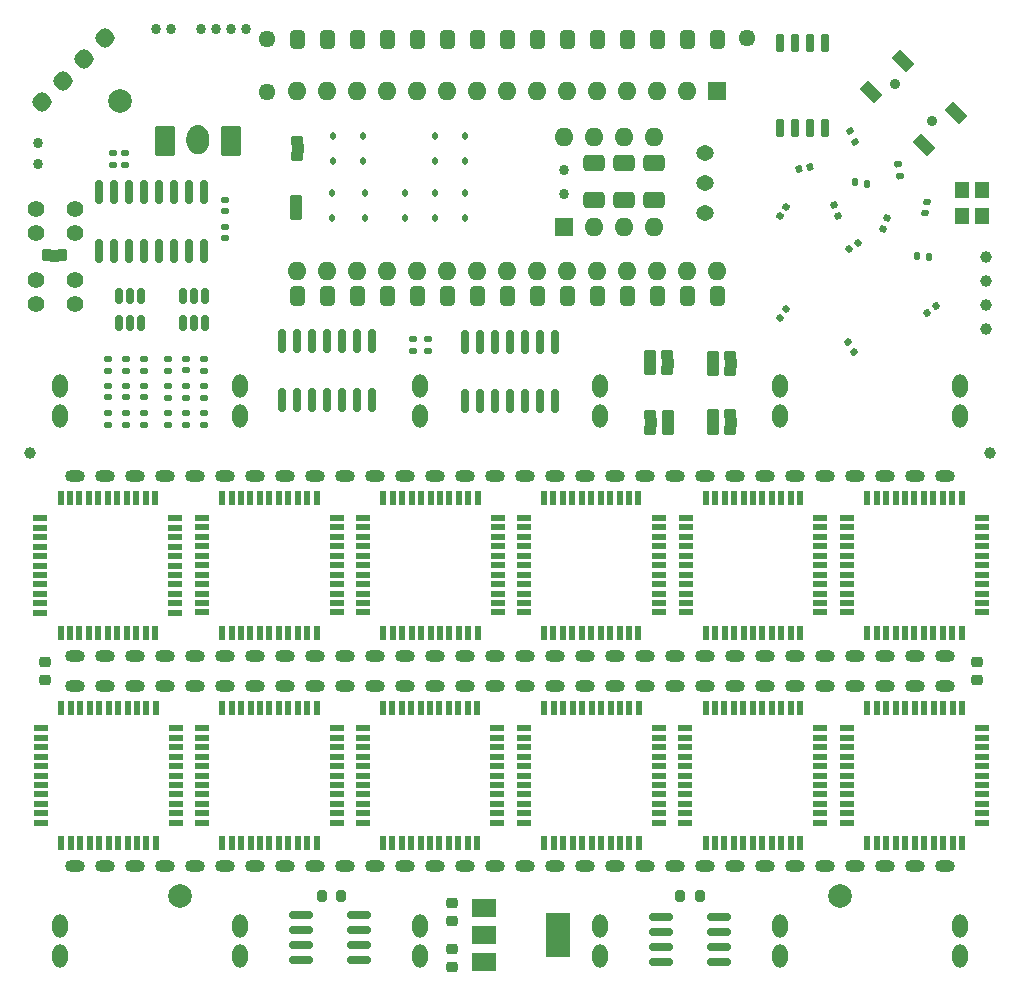
<source format=gbs>
%TF.GenerationSoftware,KiCad,Pcbnew,7.0.5-0*%
%TF.CreationDate,2023-06-16T23:12:02-07:00*%
%TF.ProjectId,Jumperless2,4a756d70-6572-46c6-9573-73322e6b6963,rev?*%
%TF.SameCoordinates,Original*%
%TF.FileFunction,Soldermask,Bot*%
%TF.FilePolarity,Negative*%
%FSLAX46Y46*%
G04 Gerber Fmt 4.6, Leading zero omitted, Abs format (unit mm)*
G04 Created by KiCad (PCBNEW 7.0.5-0) date 2023-06-16 23:12:02*
%MOMM*%
%LPD*%
G01*
G04 APERTURE LIST*
G04 Aperture macros list*
%AMRoundRect*
0 Rectangle with rounded corners*
0 $1 Rounding radius*
0 $2 $3 $4 $5 $6 $7 $8 $9 X,Y pos of 4 corners*
0 Add a 4 corners polygon primitive as box body*
4,1,4,$2,$3,$4,$5,$6,$7,$8,$9,$2,$3,0*
0 Add four circle primitives for the rounded corners*
1,1,$1+$1,$2,$3*
1,1,$1+$1,$4,$5*
1,1,$1+$1,$6,$7*
1,1,$1+$1,$8,$9*
0 Add four rect primitives between the rounded corners*
20,1,$1+$1,$2,$3,$4,$5,0*
20,1,$1+$1,$4,$5,$6,$7,0*
20,1,$1+$1,$6,$7,$8,$9,0*
20,1,$1+$1,$8,$9,$2,$3,0*%
%AMRotRect*
0 Rectangle, with rotation*
0 The origin of the aperture is its center*
0 $1 length*
0 $2 width*
0 $3 Rotation angle, in degrees counterclockwise*
0 Add horizontal line*
21,1,$1,$2,0,0,$3*%
%AMFreePoly0*
4,1,13,0.508000,-0.508000,0.000000,-0.508000,-0.097202,-0.488665,-0.179605,-0.433605,-0.234665,-0.351202,-0.254000,-0.254000,-0.254000,0.254000,-0.234665,0.351202,-0.179605,0.433605,-0.097202,0.488665,0.000000,0.508000,0.508000,0.508000,0.508000,-0.508000,0.508000,-0.508000,$1*%
G04 Aperture macros list end*
%ADD10C,0.000000*%
%ADD11C,0.012700*%
%ADD12C,0.800000*%
%ADD13RoundRect,0.525000X0.000000X0.318198X-0.318198X0.000000X0.000000X-0.318198X0.318198X0.000000X0*%
%ADD14O,1.500000X1.300000*%
%ADD15RoundRect,0.160000X0.640000X-0.640000X0.640000X0.640000X-0.640000X0.640000X-0.640000X-0.640000X0*%
%ADD16O,1.600000X1.600000*%
%ADD17C,0.900000*%
%ADD18C,1.400000*%
%ADD19RoundRect,0.455000X-0.195000X-0.195000X0.195000X-0.195000X0.195000X0.195000X-0.195000X0.195000X0*%
%ADD20O,1.300000X2.000000*%
%ADD21O,1.700000X1.000000*%
%ADD22RoundRect,0.160000X-0.640000X0.640000X-0.640000X-0.640000X0.640000X-0.640000X0.640000X0.640000X0*%
%ADD23RoundRect,0.140000X0.058955X-0.212189X0.219557X0.017173X-0.058955X0.212189X-0.219557X-0.017173X0*%
%ADD24C,2.000000*%
%ADD25C,1.000000*%
%ADD26RoundRect,0.250000X0.650000X-0.412500X0.650000X0.412500X-0.650000X0.412500X-0.650000X-0.412500X0*%
%ADD27RoundRect,0.135000X0.185000X-0.135000X0.185000X0.135000X-0.185000X0.135000X-0.185000X-0.135000X0*%
%ADD28C,0.863600*%
%ADD29RoundRect,0.112500X0.112500X-0.187500X0.112500X0.187500X-0.112500X0.187500X-0.112500X-0.187500X0*%
%ADD30RoundRect,0.135000X-0.185000X0.135000X-0.185000X-0.135000X0.185000X-0.135000X0.185000X0.135000X0*%
%ADD31R,1.200000X0.500000*%
%ADD32R,0.500000X1.200000*%
%ADD33RoundRect,0.200000X-0.200000X-0.275000X0.200000X-0.275000X0.200000X0.275000X-0.200000X0.275000X0*%
%ADD34FreePoly0,90.000000*%
%ADD35FreePoly0,270.000000*%
%ADD36RoundRect,0.170000X-0.680000X-1.130000X0.680000X-1.130000X0.680000X1.130000X-0.680000X1.130000X0*%
%ADD37RoundRect,0.140000X0.170000X-0.140000X0.170000X0.140000X-0.170000X0.140000X-0.170000X-0.140000X0*%
%ADD38RoundRect,0.140000X0.143107X-0.167393X0.191728X0.108353X-0.143107X0.167393X-0.191728X-0.108353X0*%
%ADD39RotRect,1.700000X1.000000X135.000000*%
%ADD40RoundRect,0.150000X0.150000X-0.512500X0.150000X0.512500X-0.150000X0.512500X-0.150000X-0.512500X0*%
%ADD41RoundRect,0.225000X-0.250000X0.225000X-0.250000X-0.225000X0.250000X-0.225000X0.250000X0.225000X0*%
%ADD42RoundRect,0.135000X-0.205632X0.100824X-0.158747X-0.165074X0.205632X-0.100824X0.158747X0.165074X0*%
%ADD43RoundRect,0.140000X-0.017173X-0.219557X0.212189X-0.058955X0.017173X0.219557X-0.212189X0.058955X0*%
%ADD44RoundRect,0.112500X-0.112500X0.187500X-0.112500X-0.187500X0.112500X-0.187500X0.112500X0.187500X0*%
%ADD45R,1.200000X1.400000*%
%ADD46RoundRect,0.150000X-0.150000X0.825000X-0.150000X-0.825000X0.150000X-0.825000X0.150000X0.825000X0*%
%ADD47RoundRect,0.140000X0.099887X0.196272X-0.173476X0.135669X-0.099887X-0.196272X0.173476X-0.135669X0*%
%ADD48FreePoly0,0.000000*%
%ADD49FreePoly0,180.000000*%
%ADD50RoundRect,0.150000X-0.150000X0.650000X-0.150000X-0.650000X0.150000X-0.650000X0.150000X0.650000X0*%
%ADD51RoundRect,0.140000X0.207631X-0.073414X0.111865X0.189700X-0.207631X0.073414X-0.111865X-0.189700X0*%
%ADD52RoundRect,0.135000X-0.157992X-0.165796X0.109698X-0.201038X0.157992X0.165796X-0.109698X0.201038X0*%
%ADD53RoundRect,0.150000X0.825000X0.150000X-0.825000X0.150000X-0.825000X-0.150000X0.825000X-0.150000X0*%
%ADD54RoundRect,0.140000X-0.068155X0.209416X-0.218598X-0.026734X0.068155X-0.209416X0.218598X0.026734X0*%
%ADD55RoundRect,0.135000X0.224720X-0.044167X0.110613X0.200536X-0.224720X0.044167X-0.110613X-0.200536X0*%
%ADD56RoundRect,0.140000X-0.217224X0.036244X-0.077224X-0.206244X0.217224X-0.036244X0.077224X0.206244X0*%
%ADD57R,2.000000X1.500000*%
%ADD58R,2.000000X3.800000*%
%ADD59RoundRect,0.135000X-0.171841X-0.151395X0.091759X-0.209834X0.171841X0.151395X-0.091759X0.209834X0*%
%ADD60RoundRect,0.140000X-0.111865X0.189700X-0.207631X-0.073414X0.111865X-0.189700X0.207631X0.073414X0*%
%ADD61RoundRect,0.250000X-0.650000X0.412500X-0.650000X-0.412500X0.650000X-0.412500X0.650000X0.412500X0*%
%ADD62RoundRect,0.140000X0.026734X0.218598X-0.209416X0.068155X-0.026734X-0.218598X0.209416X-0.068155X0*%
%ADD63RoundRect,0.225000X0.250000X-0.225000X0.250000X0.225000X-0.250000X0.225000X-0.250000X-0.225000X0*%
G04 APERTURE END LIST*
D10*
G36*
X49461858Y-113820548D02*
G01*
X49483666Y-113821681D01*
X49505392Y-113823397D01*
X49527007Y-113825692D01*
X49548480Y-113828561D01*
X49569779Y-113832001D01*
X49590876Y-113836009D01*
X49611738Y-113840581D01*
X49632336Y-113845713D01*
X49652638Y-113851402D01*
X49672615Y-113857643D01*
X49692235Y-113864434D01*
X49714067Y-113872292D01*
X49727352Y-113876934D01*
X49735897Y-113879988D01*
X49745644Y-113883935D01*
X49756439Y-113888689D01*
X49768127Y-113894165D01*
X49793564Y-113906937D01*
X49820717Y-113921565D01*
X49848347Y-113937360D01*
X49875219Y-113953636D01*
X49900093Y-113969705D01*
X49911394Y-113977448D01*
X49921732Y-113984880D01*
X49936484Y-113996022D01*
X49951221Y-114007617D01*
X49965920Y-114019639D01*
X49980553Y-114032064D01*
X49995095Y-114044867D01*
X50009520Y-114058020D01*
X50023804Y-114071500D01*
X50037920Y-114085281D01*
X50051842Y-114099337D01*
X50065545Y-114113642D01*
X50079004Y-114128172D01*
X50092193Y-114142901D01*
X50105085Y-114157803D01*
X50117656Y-114172854D01*
X50129880Y-114188026D01*
X50141731Y-114203296D01*
X50163207Y-114232535D01*
X50183951Y-114262854D01*
X50203938Y-114294196D01*
X50223143Y-114326504D01*
X50241541Y-114359717D01*
X50259107Y-114393779D01*
X50275816Y-114428631D01*
X50291644Y-114464215D01*
X50306565Y-114500472D01*
X50320555Y-114537345D01*
X50333589Y-114574775D01*
X50345641Y-114612704D01*
X50356686Y-114651074D01*
X50366701Y-114689826D01*
X50375659Y-114728902D01*
X50383537Y-114768245D01*
X50390044Y-114805140D01*
X50395414Y-114839975D01*
X50399728Y-114873704D01*
X50403067Y-114907279D01*
X50405511Y-114941653D01*
X50407143Y-114977778D01*
X50408043Y-115016608D01*
X50408292Y-115059094D01*
X50407651Y-115114610D01*
X50405787Y-115166055D01*
X50402598Y-115214297D01*
X50397979Y-115260202D01*
X50391829Y-115304636D01*
X50384042Y-115348466D01*
X50374518Y-115392556D01*
X50363151Y-115437774D01*
X50357899Y-115457913D01*
X50355391Y-115467841D01*
X50353387Y-115476003D01*
X50346616Y-115501063D01*
X50337493Y-115529988D01*
X50326417Y-115561752D01*
X50313788Y-115595327D01*
X50300006Y-115629685D01*
X50285470Y-115663799D01*
X50270579Y-115696641D01*
X50255734Y-115727184D01*
X50235785Y-115765130D01*
X50214888Y-115801955D01*
X50193055Y-115837643D01*
X50170297Y-115872183D01*
X50146627Y-115905560D01*
X50122058Y-115937761D01*
X50096601Y-115968773D01*
X50070270Y-115998582D01*
X50043075Y-116027176D01*
X50015030Y-116054540D01*
X49986146Y-116080661D01*
X49956436Y-116105526D01*
X49925913Y-116129122D01*
X49894588Y-116151435D01*
X49862474Y-116172452D01*
X49829582Y-116192160D01*
X49812141Y-116201856D01*
X49794405Y-116211152D01*
X49776396Y-116220038D01*
X49758141Y-116228507D01*
X49739663Y-116236550D01*
X49720986Y-116244159D01*
X49702135Y-116251326D01*
X49683134Y-116258042D01*
X49664008Y-116264299D01*
X49644780Y-116270089D01*
X49625476Y-116275403D01*
X49606119Y-116280234D01*
X49586734Y-116284572D01*
X49567345Y-116288410D01*
X49547977Y-116291740D01*
X49528653Y-116294553D01*
X49508636Y-116296741D01*
X49485981Y-116298428D01*
X49461576Y-116299603D01*
X49436307Y-116300251D01*
X49411063Y-116300359D01*
X49386731Y-116299914D01*
X49364199Y-116298902D01*
X49344353Y-116297310D01*
X49344352Y-116297310D01*
X49320126Y-116294384D01*
X49295581Y-116290595D01*
X49270763Y-116285955D01*
X49245719Y-116280474D01*
X49220496Y-116274163D01*
X49195139Y-116267033D01*
X49169696Y-116259095D01*
X49144213Y-116250360D01*
X49128241Y-116244112D01*
X49108960Y-116235726D01*
X49087468Y-116225751D01*
X49064865Y-116214733D01*
X49042247Y-116203220D01*
X49020712Y-116191758D01*
X49001360Y-116180895D01*
X48985286Y-116171177D01*
X48960159Y-116154624D01*
X48935503Y-116137285D01*
X48911327Y-116119171D01*
X48887642Y-116100292D01*
X48864457Y-116080657D01*
X48841781Y-116060276D01*
X48819625Y-116039160D01*
X48797997Y-116017319D01*
X48776908Y-115994762D01*
X48756367Y-115971500D01*
X48736384Y-115947543D01*
X48716968Y-115922900D01*
X48698129Y-115897582D01*
X48679878Y-115871598D01*
X48662222Y-115844959D01*
X48645172Y-115817675D01*
X48634682Y-115799849D01*
X48623444Y-115779807D01*
X48611858Y-115758329D01*
X48600322Y-115736193D01*
X48589235Y-115714177D01*
X48578996Y-115693059D01*
X48570004Y-115673618D01*
X48562657Y-115656631D01*
X48556922Y-115642864D01*
X48551400Y-115629859D01*
X48546721Y-115619082D01*
X48543512Y-115611996D01*
X48542409Y-115609576D01*
X48541381Y-115607115D01*
X48540449Y-115604679D01*
X48539637Y-115602339D01*
X48538966Y-115600162D01*
X48538460Y-115598216D01*
X48538275Y-115597352D01*
X48538140Y-115596571D01*
X48538057Y-115595882D01*
X48538030Y-115595294D01*
X48538009Y-115594726D01*
X48537948Y-115594095D01*
X48537850Y-115593407D01*
X48537715Y-115592669D01*
X48537547Y-115591887D01*
X48537346Y-115591070D01*
X48537116Y-115590222D01*
X48536858Y-115589350D01*
X48536574Y-115588462D01*
X48536266Y-115587564D01*
X48535937Y-115586663D01*
X48535588Y-115585764D01*
X48535221Y-115584876D01*
X48534839Y-115584004D01*
X48534442Y-115583155D01*
X48534035Y-115582336D01*
X48532470Y-115578982D01*
X48530592Y-115574426D01*
X48526050Y-115562182D01*
X48520707Y-115546552D01*
X48514863Y-115528481D01*
X48508817Y-115508916D01*
X48502868Y-115488805D01*
X48497315Y-115469095D01*
X48492458Y-115450733D01*
X48482940Y-115411486D01*
X48474607Y-115373292D01*
X48467394Y-115335728D01*
X48461238Y-115298373D01*
X48456075Y-115260804D01*
X48451842Y-115222602D01*
X48448475Y-115183342D01*
X48445910Y-115142605D01*
X48444590Y-115115128D01*
X48443717Y-115090546D01*
X48443303Y-115067813D01*
X48443364Y-115045882D01*
X48443914Y-115023707D01*
X48444967Y-115000242D01*
X48446539Y-114974440D01*
X48448643Y-114945256D01*
X48451874Y-114908225D01*
X48455909Y-114871533D01*
X48460744Y-114835190D01*
X48466379Y-114799201D01*
X48472810Y-114763577D01*
X48480035Y-114728324D01*
X48488053Y-114693451D01*
X48496861Y-114658966D01*
X48506457Y-114624876D01*
X48516839Y-114591191D01*
X48528005Y-114557917D01*
X48539952Y-114525063D01*
X48552679Y-114492637D01*
X48566182Y-114460647D01*
X48580462Y-114429101D01*
X48595514Y-114398008D01*
X48618679Y-114353551D01*
X48630526Y-114332207D01*
X48642579Y-114311410D01*
X48654862Y-114291128D01*
X48667397Y-114271329D01*
X48680207Y-114251981D01*
X48693314Y-114233052D01*
X48706742Y-114214509D01*
X48720512Y-114196320D01*
X48734648Y-114178454D01*
X48749173Y-114160878D01*
X48764108Y-114143560D01*
X48779478Y-114126469D01*
X48795304Y-114109571D01*
X48811609Y-114092836D01*
X48835931Y-114069076D01*
X48860639Y-114046386D01*
X48885731Y-114024766D01*
X48911206Y-114004217D01*
X48937064Y-113984740D01*
X48963302Y-113966335D01*
X48989921Y-113949002D01*
X49016919Y-113932742D01*
X49044296Y-113917556D01*
X49072050Y-113903444D01*
X49100180Y-113890407D01*
X49128685Y-113878446D01*
X49157565Y-113867560D01*
X49186819Y-113857751D01*
X49216445Y-113849019D01*
X49246443Y-113841364D01*
X49262338Y-113837666D01*
X49275847Y-113834667D01*
X49287789Y-113832231D01*
X49298983Y-113830222D01*
X49310249Y-113828505D01*
X49322406Y-113826943D01*
X49336275Y-113825400D01*
X49352675Y-113823740D01*
X49374429Y-113821908D01*
X49396255Y-113820676D01*
X49418122Y-113820042D01*
X49440000Y-113820000D01*
X49461858Y-113820548D01*
G37*
D11*
X93484900Y-139293600D02*
X92545100Y-139293600D01*
X92545100Y-139293600D02*
X92545100Y-138633200D01*
X92545100Y-138633200D02*
X93484900Y-138633200D01*
X93484900Y-138633200D02*
X93484900Y-139293600D01*
G36*
X93484900Y-139293600D02*
G01*
X92545100Y-139293600D01*
X92545100Y-138633200D01*
X93484900Y-138633200D01*
X93484900Y-139293600D01*
G37*
D12*
X57582000Y-106987437D02*
X58090000Y-106987437D01*
X58090000Y-106987437D02*
X58090000Y-106098437D01*
X58090000Y-106098437D02*
X57582000Y-106098437D01*
X57582000Y-106098437D02*
X57582000Y-106987437D01*
G36*
X57582000Y-106987437D02*
G01*
X58090000Y-106987437D01*
X58090000Y-106098437D01*
X57582000Y-106098437D01*
X57582000Y-106987437D01*
G37*
X60122000Y-106987437D02*
X60630000Y-106987437D01*
X60630000Y-106987437D02*
X60630000Y-106098437D01*
X60630000Y-106098437D02*
X60122000Y-106098437D01*
X60122000Y-106098437D02*
X60122000Y-106987437D01*
G36*
X60122000Y-106987437D02*
G01*
X60630000Y-106987437D01*
X60630000Y-106098437D01*
X60122000Y-106098437D01*
X60122000Y-106987437D01*
G37*
X62662000Y-106987437D02*
X63170000Y-106987437D01*
X63170000Y-106987437D02*
X63170000Y-106098437D01*
X63170000Y-106098437D02*
X62662000Y-106098437D01*
X62662000Y-106098437D02*
X62662000Y-106987437D01*
G36*
X62662000Y-106987437D02*
G01*
X63170000Y-106987437D01*
X63170000Y-106098437D01*
X62662000Y-106098437D01*
X62662000Y-106987437D01*
G37*
X65202000Y-106987437D02*
X65710000Y-106987437D01*
X65710000Y-106987437D02*
X65710000Y-106098437D01*
X65710000Y-106098437D02*
X65202000Y-106098437D01*
X65202000Y-106098437D02*
X65202000Y-106987437D01*
G36*
X65202000Y-106987437D02*
G01*
X65710000Y-106987437D01*
X65710000Y-106098437D01*
X65202000Y-106098437D01*
X65202000Y-106987437D01*
G37*
X67742000Y-106987437D02*
X68250000Y-106987437D01*
X68250000Y-106987437D02*
X68250000Y-106098437D01*
X68250000Y-106098437D02*
X67742000Y-106098437D01*
X67742000Y-106098437D02*
X67742000Y-106987437D01*
G36*
X67742000Y-106987437D02*
G01*
X68250000Y-106987437D01*
X68250000Y-106098437D01*
X67742000Y-106098437D01*
X67742000Y-106987437D01*
G37*
X70282000Y-106987437D02*
X70790000Y-106987437D01*
X70790000Y-106987437D02*
X70790000Y-106098437D01*
X70790000Y-106098437D02*
X70282000Y-106098437D01*
X70282000Y-106098437D02*
X70282000Y-106987437D01*
G36*
X70282000Y-106987437D02*
G01*
X70790000Y-106987437D01*
X70790000Y-106098437D01*
X70282000Y-106098437D01*
X70282000Y-106987437D01*
G37*
X72822000Y-106987437D02*
X73330000Y-106987437D01*
X73330000Y-106987437D02*
X73330000Y-106098437D01*
X73330000Y-106098437D02*
X72822000Y-106098437D01*
X72822000Y-106098437D02*
X72822000Y-106987437D01*
G36*
X72822000Y-106987437D02*
G01*
X73330000Y-106987437D01*
X73330000Y-106098437D01*
X72822000Y-106098437D01*
X72822000Y-106987437D01*
G37*
X75362000Y-106987437D02*
X75870000Y-106987437D01*
X75870000Y-106987437D02*
X75870000Y-106098437D01*
X75870000Y-106098437D02*
X75362000Y-106098437D01*
X75362000Y-106098437D02*
X75362000Y-106987437D01*
G36*
X75362000Y-106987437D02*
G01*
X75870000Y-106987437D01*
X75870000Y-106098437D01*
X75362000Y-106098437D01*
X75362000Y-106987437D01*
G37*
X77902000Y-106987437D02*
X78410000Y-106987437D01*
X78410000Y-106987437D02*
X78410000Y-106098437D01*
X78410000Y-106098437D02*
X77902000Y-106098437D01*
X77902000Y-106098437D02*
X77902000Y-106987437D01*
G36*
X77902000Y-106987437D02*
G01*
X78410000Y-106987437D01*
X78410000Y-106098437D01*
X77902000Y-106098437D01*
X77902000Y-106987437D01*
G37*
X80442000Y-106987437D02*
X80950000Y-106987437D01*
X80950000Y-106987437D02*
X80950000Y-106098437D01*
X80950000Y-106098437D02*
X80442000Y-106098437D01*
X80442000Y-106098437D02*
X80442000Y-106987437D01*
G36*
X80442000Y-106987437D02*
G01*
X80950000Y-106987437D01*
X80950000Y-106098437D01*
X80442000Y-106098437D01*
X80442000Y-106987437D01*
G37*
X82982000Y-106987437D02*
X83490000Y-106987437D01*
X83490000Y-106987437D02*
X83490000Y-106098437D01*
X83490000Y-106098437D02*
X82982000Y-106098437D01*
X82982000Y-106098437D02*
X82982000Y-106987437D01*
G36*
X82982000Y-106987437D02*
G01*
X83490000Y-106987437D01*
X83490000Y-106098437D01*
X82982000Y-106098437D01*
X82982000Y-106987437D01*
G37*
X85522000Y-106987437D02*
X86030000Y-106987437D01*
X86030000Y-106987437D02*
X86030000Y-106098437D01*
X86030000Y-106098437D02*
X85522000Y-106098437D01*
X85522000Y-106098437D02*
X85522000Y-106987437D01*
G36*
X85522000Y-106987437D02*
G01*
X86030000Y-106987437D01*
X86030000Y-106098437D01*
X85522000Y-106098437D01*
X85522000Y-106987437D01*
G37*
X88062000Y-106987437D02*
X88570000Y-106987437D01*
X88570000Y-106987437D02*
X88570000Y-106098437D01*
X88570000Y-106098437D02*
X88062000Y-106098437D01*
X88062000Y-106098437D02*
X88062000Y-106987437D01*
G36*
X88062000Y-106987437D02*
G01*
X88570000Y-106987437D01*
X88570000Y-106098437D01*
X88062000Y-106098437D01*
X88062000Y-106987437D01*
G37*
X90602000Y-106987437D02*
X91110000Y-106987437D01*
X91110000Y-106987437D02*
X91110000Y-106098437D01*
X91110000Y-106098437D02*
X90602000Y-106098437D01*
X90602000Y-106098437D02*
X90602000Y-106987437D01*
G36*
X90602000Y-106987437D02*
G01*
X91110000Y-106987437D01*
X91110000Y-106098437D01*
X90602000Y-106098437D01*
X90602000Y-106987437D01*
G37*
X93142000Y-106987437D02*
X93650000Y-106987437D01*
X93650000Y-106987437D02*
X93650000Y-106098437D01*
X93650000Y-106098437D02*
X93142000Y-106098437D01*
X93142000Y-106098437D02*
X93142000Y-106987437D01*
G36*
X93142000Y-106987437D02*
G01*
X93650000Y-106987437D01*
X93650000Y-106098437D01*
X93142000Y-106098437D01*
X93142000Y-106987437D01*
G37*
X57582000Y-128714500D02*
X58090000Y-128714500D01*
X58090000Y-128714500D02*
X58090000Y-127825500D01*
X58090000Y-127825500D02*
X57582000Y-127825500D01*
X57582000Y-127825500D02*
X57582000Y-128714500D01*
G36*
X57582000Y-128714500D02*
G01*
X58090000Y-128714500D01*
X58090000Y-127825500D01*
X57582000Y-127825500D01*
X57582000Y-128714500D01*
G37*
X60122000Y-128714500D02*
X60630000Y-128714500D01*
X60630000Y-128714500D02*
X60630000Y-127825500D01*
X60630000Y-127825500D02*
X60122000Y-127825500D01*
X60122000Y-127825500D02*
X60122000Y-128714500D01*
G36*
X60122000Y-128714500D02*
G01*
X60630000Y-128714500D01*
X60630000Y-127825500D01*
X60122000Y-127825500D01*
X60122000Y-128714500D01*
G37*
X62662000Y-128714500D02*
X63170000Y-128714500D01*
X63170000Y-128714500D02*
X63170000Y-127825500D01*
X63170000Y-127825500D02*
X62662000Y-127825500D01*
X62662000Y-127825500D02*
X62662000Y-128714500D01*
G36*
X62662000Y-128714500D02*
G01*
X63170000Y-128714500D01*
X63170000Y-127825500D01*
X62662000Y-127825500D01*
X62662000Y-128714500D01*
G37*
X65202000Y-128714500D02*
X65710000Y-128714500D01*
X65710000Y-128714500D02*
X65710000Y-127825500D01*
X65710000Y-127825500D02*
X65202000Y-127825500D01*
X65202000Y-127825500D02*
X65202000Y-128714500D01*
G36*
X65202000Y-128714500D02*
G01*
X65710000Y-128714500D01*
X65710000Y-127825500D01*
X65202000Y-127825500D01*
X65202000Y-128714500D01*
G37*
X67742000Y-128714500D02*
X68250000Y-128714500D01*
X68250000Y-128714500D02*
X68250000Y-127825500D01*
X68250000Y-127825500D02*
X67742000Y-127825500D01*
X67742000Y-127825500D02*
X67742000Y-128714500D01*
G36*
X67742000Y-128714500D02*
G01*
X68250000Y-128714500D01*
X68250000Y-127825500D01*
X67742000Y-127825500D01*
X67742000Y-128714500D01*
G37*
X70282000Y-128714500D02*
X70790000Y-128714500D01*
X70790000Y-128714500D02*
X70790000Y-127825500D01*
X70790000Y-127825500D02*
X70282000Y-127825500D01*
X70282000Y-127825500D02*
X70282000Y-128714500D01*
G36*
X70282000Y-128714500D02*
G01*
X70790000Y-128714500D01*
X70790000Y-127825500D01*
X70282000Y-127825500D01*
X70282000Y-128714500D01*
G37*
X72822000Y-128714500D02*
X73330000Y-128714500D01*
X73330000Y-128714500D02*
X73330000Y-127825500D01*
X73330000Y-127825500D02*
X72822000Y-127825500D01*
X72822000Y-127825500D02*
X72822000Y-128714500D01*
G36*
X72822000Y-128714500D02*
G01*
X73330000Y-128714500D01*
X73330000Y-127825500D01*
X72822000Y-127825500D01*
X72822000Y-128714500D01*
G37*
X75362000Y-128714500D02*
X75870000Y-128714500D01*
X75870000Y-128714500D02*
X75870000Y-127825500D01*
X75870000Y-127825500D02*
X75362000Y-127825500D01*
X75362000Y-127825500D02*
X75362000Y-128714500D01*
G36*
X75362000Y-128714500D02*
G01*
X75870000Y-128714500D01*
X75870000Y-127825500D01*
X75362000Y-127825500D01*
X75362000Y-128714500D01*
G37*
X77902000Y-128714500D02*
X78410000Y-128714500D01*
X78410000Y-128714500D02*
X78410000Y-127825500D01*
X78410000Y-127825500D02*
X77902000Y-127825500D01*
X77902000Y-127825500D02*
X77902000Y-128714500D01*
G36*
X77902000Y-128714500D02*
G01*
X78410000Y-128714500D01*
X78410000Y-127825500D01*
X77902000Y-127825500D01*
X77902000Y-128714500D01*
G37*
X80442000Y-128714500D02*
X80950000Y-128714500D01*
X80950000Y-128714500D02*
X80950000Y-127825500D01*
X80950000Y-127825500D02*
X80442000Y-127825500D01*
X80442000Y-127825500D02*
X80442000Y-128714500D01*
G36*
X80442000Y-128714500D02*
G01*
X80950000Y-128714500D01*
X80950000Y-127825500D01*
X80442000Y-127825500D01*
X80442000Y-128714500D01*
G37*
X82982000Y-128714500D02*
X83490000Y-128714500D01*
X83490000Y-128714500D02*
X83490000Y-127825500D01*
X83490000Y-127825500D02*
X82982000Y-127825500D01*
X82982000Y-127825500D02*
X82982000Y-128714500D01*
G36*
X82982000Y-128714500D02*
G01*
X83490000Y-128714500D01*
X83490000Y-127825500D01*
X82982000Y-127825500D01*
X82982000Y-128714500D01*
G37*
X85522000Y-128714500D02*
X86030000Y-128714500D01*
X86030000Y-128714500D02*
X86030000Y-127825500D01*
X86030000Y-127825500D02*
X85522000Y-127825500D01*
X85522000Y-127825500D02*
X85522000Y-128714500D01*
G36*
X85522000Y-128714500D02*
G01*
X86030000Y-128714500D01*
X86030000Y-127825500D01*
X85522000Y-127825500D01*
X85522000Y-128714500D01*
G37*
X88062000Y-128714500D02*
X88570000Y-128714500D01*
X88570000Y-128714500D02*
X88570000Y-127825500D01*
X88570000Y-127825500D02*
X88062000Y-127825500D01*
X88062000Y-127825500D02*
X88062000Y-128714500D01*
G36*
X88062000Y-128714500D02*
G01*
X88570000Y-128714500D01*
X88570000Y-127825500D01*
X88062000Y-127825500D01*
X88062000Y-128714500D01*
G37*
X90602000Y-128714500D02*
X91110000Y-128714500D01*
X91110000Y-128714500D02*
X91110000Y-127825500D01*
X91110000Y-127825500D02*
X90602000Y-127825500D01*
X90602000Y-127825500D02*
X90602000Y-128714500D01*
G36*
X90602000Y-128714500D02*
G01*
X91110000Y-128714500D01*
X91110000Y-127825500D01*
X90602000Y-127825500D01*
X90602000Y-128714500D01*
G37*
X93142000Y-128714500D02*
X93650000Y-128714500D01*
X93650000Y-128714500D02*
X93650000Y-127825500D01*
X93650000Y-127825500D02*
X93142000Y-127825500D01*
X93142000Y-127825500D02*
X93142000Y-128714500D01*
G36*
X93142000Y-128714500D02*
G01*
X93650000Y-128714500D01*
X93650000Y-127825500D01*
X93142000Y-127825500D01*
X93142000Y-128714500D01*
G37*
D11*
X94983500Y-134315200D02*
X94043700Y-134315200D01*
X94043700Y-134315200D02*
X94043700Y-133654800D01*
X94043700Y-133654800D02*
X94983500Y-133654800D01*
X94983500Y-133654800D02*
X94983500Y-134315200D01*
G36*
X94983500Y-134315200D02*
G01*
X94043700Y-134315200D01*
X94043700Y-133654800D01*
X94983500Y-133654800D01*
X94983500Y-134315200D01*
G37*
X88196300Y-139319000D02*
X87256500Y-139319000D01*
X87256500Y-139319000D02*
X87256500Y-138658600D01*
X87256500Y-138658600D02*
X88196300Y-138658600D01*
X88196300Y-138658600D02*
X88196300Y-139319000D01*
G36*
X88196300Y-139319000D02*
G01*
X87256500Y-139319000D01*
X87256500Y-138658600D01*
X88196300Y-138658600D01*
X88196300Y-139319000D01*
G37*
X93484900Y-134315200D02*
X92545100Y-134315200D01*
X92545100Y-134315200D02*
X92545100Y-133654800D01*
X92545100Y-133654800D02*
X93484900Y-133654800D01*
X93484900Y-133654800D02*
X93484900Y-134315200D01*
G36*
X93484900Y-134315200D02*
G01*
X92545100Y-134315200D01*
X92545100Y-133654800D01*
X93484900Y-133654800D01*
X93484900Y-134315200D01*
G37*
X36931800Y-125310900D02*
X37592200Y-125310900D01*
X37592200Y-125310900D02*
X37592200Y-124371100D01*
X37592200Y-124371100D02*
X36931800Y-124371100D01*
X36931800Y-124371100D02*
X36931800Y-125310900D01*
G36*
X36931800Y-125310900D02*
G01*
X37592200Y-125310900D01*
X37592200Y-124371100D01*
X36931800Y-124371100D01*
X36931800Y-125310900D01*
G37*
X89694900Y-139319000D02*
X88755100Y-139319000D01*
X88755100Y-139319000D02*
X88755100Y-138658600D01*
X88755100Y-138658600D02*
X89694900Y-138658600D01*
X89694900Y-138658600D02*
X89694900Y-139319000D01*
G36*
X89694900Y-139319000D02*
G01*
X88755100Y-139319000D01*
X88755100Y-138658600D01*
X89694900Y-138658600D01*
X89694900Y-139319000D01*
G37*
X94983500Y-139293600D02*
X94043700Y-139293600D01*
X94043700Y-139293600D02*
X94043700Y-138633200D01*
X94043700Y-138633200D02*
X94983500Y-138633200D01*
X94983500Y-138633200D02*
X94983500Y-139293600D01*
G36*
X94983500Y-139293600D02*
G01*
X94043700Y-139293600D01*
X94043700Y-138633200D01*
X94983500Y-138633200D01*
X94983500Y-139293600D01*
G37*
X57366100Y-115459800D02*
X58305900Y-115459800D01*
X58305900Y-115459800D02*
X58305900Y-116120200D01*
X58305900Y-116120200D02*
X57366100Y-116120200D01*
X57366100Y-116120200D02*
X57366100Y-115459800D01*
G36*
X57366100Y-115459800D02*
G01*
X58305900Y-115459800D01*
X58305900Y-116120200D01*
X57366100Y-116120200D01*
X57366100Y-115459800D01*
G37*
X58178900Y-121107200D02*
X57239100Y-121107200D01*
X57239100Y-121107200D02*
X57239100Y-120446800D01*
X57239100Y-120446800D02*
X58178900Y-120446800D01*
X58178900Y-120446800D02*
X58178900Y-121107200D01*
G36*
X58178900Y-121107200D02*
G01*
X57239100Y-121107200D01*
X57239100Y-120446800D01*
X58178900Y-120446800D01*
X58178900Y-121107200D01*
G37*
X89649500Y-134289800D02*
X88709700Y-134289800D01*
X88709700Y-134289800D02*
X88709700Y-133629400D01*
X88709700Y-133629400D02*
X89649500Y-133629400D01*
X89649500Y-133629400D02*
X89649500Y-134289800D01*
G36*
X89649500Y-134289800D02*
G01*
X88709700Y-134289800D01*
X88709700Y-133629400D01*
X89649500Y-133629400D01*
X89649500Y-134289800D01*
G37*
X88150900Y-134289800D02*
X87211100Y-134289800D01*
X87211100Y-134289800D02*
X87211100Y-133629400D01*
X87211100Y-133629400D02*
X88150900Y-133629400D01*
X88150900Y-133629400D02*
X88150900Y-134289800D01*
G36*
X88150900Y-134289800D02*
G01*
X87211100Y-134289800D01*
X87211100Y-133629400D01*
X88150900Y-133629400D01*
X88150900Y-134289800D01*
G37*
D13*
X41598051Y-106475123D03*
X39802000Y-108271174D03*
X38005948Y-110067226D03*
X36209897Y-111863277D03*
D14*
X92380000Y-121285000D03*
X92380000Y-118745000D03*
X92380000Y-116205000D03*
D15*
X80442000Y-122428000D03*
D16*
X82982000Y-122428000D03*
X85522000Y-122428000D03*
X88062000Y-122428000D03*
X88062000Y-114808000D03*
X85522000Y-114808000D03*
X82982000Y-114808000D03*
X80442000Y-114808000D03*
D17*
X111557135Y-113499135D03*
X108445865Y-110387865D03*
D18*
X35738000Y-120936000D03*
X35738000Y-122936000D03*
X35738000Y-126936000D03*
X35738000Y-128936000D03*
X39038000Y-120936000D03*
X39038000Y-122936000D03*
X39038000Y-126936000D03*
X39038000Y-128936000D03*
D19*
X55296000Y-106578400D03*
X55296000Y-110998000D03*
D20*
X37770000Y-138430000D03*
X53010000Y-138430000D03*
X53010000Y-138430000D03*
X68250000Y-138430000D03*
X68250000Y-138430000D03*
X83490000Y-138430000D03*
X83490000Y-138430000D03*
X98730000Y-138430000D03*
X98730000Y-138430000D03*
X113970000Y-138430000D03*
D21*
X39040000Y-143510000D03*
X39040000Y-158750000D03*
X41580000Y-143510000D03*
X41580000Y-158750000D03*
X44120000Y-143510000D03*
X44120000Y-158750000D03*
X46660000Y-143510000D03*
X46660000Y-158750000D03*
X49200000Y-143510000D03*
X49200000Y-158750000D03*
X51740000Y-143510000D03*
X51740000Y-158750000D03*
X54280000Y-143510000D03*
X54280000Y-158750000D03*
X56820000Y-143510000D03*
X56820000Y-158750000D03*
X59360000Y-143510000D03*
X59360000Y-158750000D03*
X61900000Y-143510000D03*
X61900000Y-158750000D03*
X64440000Y-143510000D03*
X64440000Y-158750000D03*
X66980000Y-143510000D03*
X66980000Y-158750000D03*
X69520000Y-143510000D03*
X69520000Y-158750000D03*
X72060000Y-143510000D03*
X72060000Y-158750000D03*
X74600000Y-143510000D03*
X74600000Y-158750000D03*
X77140000Y-143510000D03*
X77140000Y-158750000D03*
X79680000Y-143510000D03*
X79680000Y-158750000D03*
X82220000Y-143510000D03*
X82220000Y-158750000D03*
X84760000Y-143510000D03*
X84760000Y-158750000D03*
X87300000Y-143510000D03*
X87300000Y-158750000D03*
X89840000Y-143510000D03*
X89840000Y-158750000D03*
X92380000Y-143510000D03*
X92380000Y-158750000D03*
X94920000Y-143510000D03*
X94920000Y-158750000D03*
X97460000Y-143510000D03*
X97460000Y-158750000D03*
X100000000Y-143510000D03*
X100000000Y-158750000D03*
X102540000Y-143510000D03*
X102540000Y-158750000D03*
X105080000Y-143510000D03*
X105080000Y-158750000D03*
X107620000Y-143510000D03*
X107620000Y-158750000D03*
X110160000Y-143510000D03*
X110160000Y-158750000D03*
X112700000Y-143510000D03*
X112700000Y-158750000D03*
D20*
X37770000Y-135890000D03*
X53010000Y-135890000D03*
X53010000Y-135890000D03*
X68250000Y-135890000D03*
X68250000Y-135890000D03*
X83490000Y-135890000D03*
X83490000Y-135890000D03*
X98730000Y-135890000D03*
X98730000Y-135890000D03*
X113970000Y-135890000D03*
X37770000Y-184150000D03*
X53010000Y-184150000D03*
X53010000Y-184150000D03*
X68250000Y-184150000D03*
X68250000Y-184150000D03*
X83490000Y-184150000D03*
X83490000Y-184150000D03*
X98730000Y-184150000D03*
X98730000Y-184150000D03*
X113970000Y-184150000D03*
D21*
X39040000Y-161290000D03*
X39040000Y-176530000D03*
X41580000Y-161290000D03*
X41580000Y-176530000D03*
X44120000Y-161290000D03*
X44120000Y-176530000D03*
X46660000Y-161290000D03*
X46660000Y-176530000D03*
X49200000Y-161290000D03*
X49200000Y-176530000D03*
X51740000Y-161290000D03*
X51740000Y-176530000D03*
X54280000Y-161290000D03*
X54280000Y-176530000D03*
X56820000Y-161290000D03*
X56820000Y-176530000D03*
X59360000Y-161290000D03*
X59360000Y-176530000D03*
X61900000Y-161290000D03*
X61900000Y-176530000D03*
X64440000Y-161290000D03*
X64440000Y-176530000D03*
X66980000Y-161290000D03*
X66980000Y-176530000D03*
X69520000Y-161290000D03*
X69520000Y-176530000D03*
X72060000Y-161290000D03*
X72060000Y-176530000D03*
X74600000Y-161290000D03*
X74600000Y-176530000D03*
X77140000Y-161290000D03*
X77140000Y-176530000D03*
X79680000Y-161290000D03*
X79680000Y-176530000D03*
X82220000Y-161290000D03*
X82220000Y-176530000D03*
X84760000Y-161290000D03*
X84760000Y-176530000D03*
X87300000Y-161290000D03*
X87300000Y-176530000D03*
X89840000Y-161290000D03*
X89840000Y-176530000D03*
X92380000Y-161290000D03*
X92380000Y-176530000D03*
X94920000Y-161290000D03*
X94920000Y-176530000D03*
X97460000Y-161290000D03*
X97460000Y-176530000D03*
X100000000Y-161290000D03*
X100000000Y-176530000D03*
X102540000Y-161290000D03*
X102540000Y-176530000D03*
X105080000Y-161290000D03*
X105080000Y-176530000D03*
X107620000Y-161290000D03*
X107620000Y-176530000D03*
X110160000Y-161290000D03*
X110160000Y-176530000D03*
X112700000Y-161290000D03*
X112700000Y-176530000D03*
D20*
X37770000Y-181610000D03*
X53010000Y-181610000D03*
X53010000Y-181610000D03*
X68250000Y-181622700D03*
X68250000Y-181622700D03*
X83490000Y-181610000D03*
X83490000Y-181610000D03*
X98730000Y-181610000D03*
X98730000Y-181610000D03*
X113970000Y-181610000D03*
D22*
X93396000Y-110911000D03*
D16*
X90856000Y-110911000D03*
X88316000Y-110911000D03*
X85776000Y-110911000D03*
X83236000Y-110911000D03*
X80696000Y-110911000D03*
X78156000Y-110911000D03*
X75616000Y-110911000D03*
X73076000Y-110911000D03*
X70536000Y-110911000D03*
X67996000Y-110911000D03*
X65456000Y-110911000D03*
X62916000Y-110911000D03*
X60376000Y-110911000D03*
X57836000Y-110911000D03*
X57836000Y-126151000D03*
X60376000Y-126151000D03*
X62916000Y-126151000D03*
X65456000Y-126151000D03*
X67996000Y-126151000D03*
X70536000Y-126151000D03*
X73076000Y-126151000D03*
X75616000Y-126151000D03*
X78156000Y-126151000D03*
X80696000Y-126151000D03*
X83236000Y-126151000D03*
X85776000Y-126151000D03*
X88316000Y-126151000D03*
X90856000Y-126151000D03*
X93396000Y-126151000D03*
D19*
X95936000Y-106426000D03*
D23*
X98708683Y-121551193D03*
X99259317Y-120764807D03*
D24*
X47930000Y-179070000D03*
D25*
X116129000Y-124968000D03*
D26*
X82982000Y-120142000D03*
X82982000Y-117017000D03*
D25*
X116129000Y-127000000D03*
D27*
X67615000Y-132971000D03*
X67615000Y-131951000D03*
D28*
X80442000Y-117602000D03*
D27*
X48438000Y-136906000D03*
X48438000Y-135886000D03*
D29*
X69520000Y-116840000D03*
X69520000Y-114740000D03*
D30*
X43358000Y-138172000D03*
X43358000Y-139192000D03*
D29*
X63551000Y-121700000D03*
X63551000Y-119600000D03*
D31*
X61186000Y-164895000D03*
X61186000Y-165695000D03*
X61186000Y-166495000D03*
X61186000Y-167295000D03*
X61186000Y-168095000D03*
X61186000Y-168895000D03*
X61186000Y-169695000D03*
X61186000Y-170495000D03*
X61186000Y-171295000D03*
X61186000Y-172095000D03*
X61186000Y-172895000D03*
D32*
X59486000Y-174595000D03*
X58686000Y-174595000D03*
X57886000Y-174595000D03*
X57086000Y-174595000D03*
X56286000Y-174595000D03*
X55486000Y-174595000D03*
X54686000Y-174595000D03*
X53886000Y-174595000D03*
X53086000Y-174595000D03*
X52286000Y-174595000D03*
X51486000Y-174595000D03*
D31*
X49786000Y-172895000D03*
X49786000Y-172095000D03*
X49786000Y-171295000D03*
X49786000Y-170495000D03*
X49786000Y-169695000D03*
X49786000Y-168895000D03*
X49786000Y-168095000D03*
X49786000Y-167295000D03*
X49786000Y-166495000D03*
X49786000Y-165695000D03*
X49786000Y-164895000D03*
D32*
X51486000Y-163195000D03*
X52286000Y-163195000D03*
X53086000Y-163195000D03*
X53886000Y-163195000D03*
X54686000Y-163195000D03*
X55486000Y-163195000D03*
X56286000Y-163195000D03*
X57086000Y-163195000D03*
X57886000Y-163195000D03*
X58686000Y-163195000D03*
X59486000Y-163195000D03*
D24*
X103810000Y-179070000D03*
X42850000Y-111760000D03*
D33*
X90285000Y-179070000D03*
X91935000Y-179070000D03*
D34*
X93015000Y-139776200D03*
D35*
X93015000Y-138150600D03*
D27*
X49962000Y-134620000D03*
X49962000Y-133600000D03*
D30*
X44882000Y-138172000D03*
X44882000Y-139192000D03*
D36*
X52197200Y-115138200D03*
X46609200Y-115138200D03*
D25*
X116129000Y-131064000D03*
D37*
X48438000Y-134592000D03*
X48438000Y-133632000D03*
D38*
X110965649Y-121249708D03*
X111132351Y-120304292D03*
D30*
X41834000Y-138172000D03*
X41834000Y-139192000D03*
D31*
X74824000Y-147091600D03*
X74824000Y-147891600D03*
X74824000Y-148691600D03*
X74824000Y-149491600D03*
X74824000Y-150291600D03*
X74824000Y-151091600D03*
X74824000Y-151891600D03*
X74824000Y-152691600D03*
X74824000Y-153491600D03*
X74824000Y-154291600D03*
X74824000Y-155091600D03*
D32*
X73124000Y-156791600D03*
X72324000Y-156791600D03*
X71524000Y-156791600D03*
X70724000Y-156791600D03*
X69924000Y-156791600D03*
X69124000Y-156791600D03*
X68324000Y-156791600D03*
X67524000Y-156791600D03*
X66724000Y-156791600D03*
X65924000Y-156791600D03*
X65124000Y-156791600D03*
D31*
X63424000Y-155091600D03*
X63424000Y-154291600D03*
X63424000Y-153491600D03*
X63424000Y-152691600D03*
X63424000Y-151891600D03*
X63424000Y-151091600D03*
X63424000Y-150291600D03*
X63424000Y-149491600D03*
X63424000Y-148691600D03*
X63424000Y-147891600D03*
X63424000Y-147091600D03*
D32*
X65124000Y-145391600D03*
X65924000Y-145391600D03*
X66724000Y-145391600D03*
X67524000Y-145391600D03*
X68324000Y-145391600D03*
X69124000Y-145391600D03*
X69924000Y-145391600D03*
X70724000Y-145391600D03*
X71524000Y-145391600D03*
X72324000Y-145391600D03*
X73124000Y-145391600D03*
D25*
X116510000Y-141605000D03*
D33*
X59932000Y-179070000D03*
X61582000Y-179070000D03*
D27*
X46914000Y-139192000D03*
X46914000Y-138172000D03*
D39*
X113578489Y-112821683D03*
X109123717Y-108366911D03*
X110891483Y-115508689D03*
X106436711Y-111053917D03*
D31*
X115796000Y-147089600D03*
X115796000Y-147889600D03*
X115796000Y-148689600D03*
X115796000Y-149489600D03*
X115796000Y-150289600D03*
X115796000Y-151089600D03*
X115796000Y-151889600D03*
X115796000Y-152689600D03*
X115796000Y-153489600D03*
X115796000Y-154289600D03*
X115796000Y-155089600D03*
D32*
X114096000Y-156789600D03*
X113296000Y-156789600D03*
X112496000Y-156789600D03*
X111696000Y-156789600D03*
X110896000Y-156789600D03*
X110096000Y-156789600D03*
X109296000Y-156789600D03*
X108496000Y-156789600D03*
X107696000Y-156789600D03*
X106896000Y-156789600D03*
X106096000Y-156789600D03*
D31*
X104396000Y-155089600D03*
X104396000Y-154289600D03*
X104396000Y-153489600D03*
X104396000Y-152689600D03*
X104396000Y-151889600D03*
X104396000Y-151089600D03*
X104396000Y-150289600D03*
X104396000Y-149489600D03*
X104396000Y-148689600D03*
X104396000Y-147889600D03*
X104396000Y-147089600D03*
D32*
X106096000Y-145389600D03*
X106896000Y-145389600D03*
X107696000Y-145389600D03*
X108496000Y-145389600D03*
X109296000Y-145389600D03*
X110096000Y-145389600D03*
X110896000Y-145389600D03*
X111696000Y-145389600D03*
X112496000Y-145389600D03*
X113296000Y-145389600D03*
X114096000Y-145389600D03*
D28*
X47168000Y-105664000D03*
X45898000Y-105664000D03*
D40*
X44628000Y-130556000D03*
X43678000Y-130556000D03*
X42728000Y-130556000D03*
X42728000Y-128281000D03*
X43678000Y-128281000D03*
X44628000Y-128281000D03*
D34*
X94513600Y-134797800D03*
D35*
X94513600Y-133172200D03*
D27*
X68885000Y-132968999D03*
X68885000Y-131948999D03*
D41*
X70917000Y-183555000D03*
X70917000Y-185105000D03*
D31*
X88428000Y-147091600D03*
X88428000Y-147891600D03*
X88428000Y-148691600D03*
X88428000Y-149491600D03*
X88428000Y-150291600D03*
X88428000Y-151091600D03*
X88428000Y-151891600D03*
X88428000Y-152691600D03*
X88428000Y-153491600D03*
X88428000Y-154291600D03*
X88428000Y-155091600D03*
D32*
X86728000Y-156791600D03*
X85928000Y-156791600D03*
X85128000Y-156791600D03*
X84328000Y-156791600D03*
X83528000Y-156791600D03*
X82728000Y-156791600D03*
X81928000Y-156791600D03*
X81128000Y-156791600D03*
X80328000Y-156791600D03*
X79528000Y-156791600D03*
X78728000Y-156791600D03*
D31*
X77028000Y-155091600D03*
X77028000Y-154291600D03*
X77028000Y-153491600D03*
X77028000Y-152691600D03*
X77028000Y-151891600D03*
X77028000Y-151091600D03*
X77028000Y-150291600D03*
X77028000Y-149491600D03*
X77028000Y-148691600D03*
X77028000Y-147891600D03*
X77028000Y-147091600D03*
D32*
X78728000Y-145391600D03*
X79528000Y-145391600D03*
X80328000Y-145391600D03*
X81128000Y-145391600D03*
X81928000Y-145391600D03*
X82728000Y-145391600D03*
X83528000Y-145391600D03*
X84328000Y-145391600D03*
X85128000Y-145391600D03*
X85928000Y-145391600D03*
X86728000Y-145391600D03*
D42*
X108674439Y-117099748D03*
X108851561Y-118104252D03*
D27*
X43231000Y-117223000D03*
X43231000Y-116203000D03*
D43*
X111151614Y-129709634D03*
X111938000Y-129159000D03*
D44*
X72060000Y-119600000D03*
X72060000Y-121700000D03*
D37*
X44882000Y-136878000D03*
X44882000Y-135918000D03*
X41834000Y-136878000D03*
X41834000Y-135918000D03*
D45*
X114097000Y-121539000D03*
X114097000Y-119339000D03*
X115797000Y-119339000D03*
X115797000Y-121539000D03*
D34*
X87726400Y-139801600D03*
D35*
X87726400Y-138176000D03*
D46*
X56566000Y-132145000D03*
X57836000Y-132145000D03*
X59106000Y-132145000D03*
X60376000Y-132145000D03*
X61646000Y-132145000D03*
X62916000Y-132145000D03*
X64186000Y-132145000D03*
X64186000Y-137095000D03*
X62916000Y-137095000D03*
X61646000Y-137095000D03*
X60376000Y-137095000D03*
X59106000Y-137095000D03*
X57836000Y-137095000D03*
X56566000Y-137095000D03*
X72060000Y-132210000D03*
X73330000Y-132210000D03*
X74600000Y-132210000D03*
X75870000Y-132210000D03*
X77140000Y-132210000D03*
X78410000Y-132210000D03*
X79680000Y-132210000D03*
X79680000Y-137160000D03*
X78410000Y-137160000D03*
X77140000Y-137160000D03*
X75870000Y-137160000D03*
X74600000Y-137160000D03*
X73330000Y-137160000D03*
X72060000Y-137160000D03*
D44*
X72060000Y-114774000D03*
X72060000Y-116874000D03*
D46*
X41072000Y-119510000D03*
X42342000Y-119510000D03*
X43612000Y-119510000D03*
X44882000Y-119510000D03*
X46152000Y-119510000D03*
X47422000Y-119510000D03*
X48692000Y-119510000D03*
X49962000Y-119510000D03*
X49962000Y-124460000D03*
X48692000Y-124460000D03*
X47422000Y-124460000D03*
X46152000Y-124460000D03*
X44882000Y-124460000D03*
X43612000Y-124460000D03*
X42342000Y-124460000D03*
X41072000Y-124460000D03*
D37*
X51740000Y-123416000D03*
X51740000Y-122456000D03*
D47*
X101230622Y-117371109D03*
X100293378Y-117578891D03*
D31*
X74776000Y-164895000D03*
X74776000Y-165695000D03*
X74776000Y-166495000D03*
X74776000Y-167295000D03*
X74776000Y-168095000D03*
X74776000Y-168895000D03*
X74776000Y-169695000D03*
X74776000Y-170495000D03*
X74776000Y-171295000D03*
X74776000Y-172095000D03*
X74776000Y-172895000D03*
D32*
X73076000Y-174595000D03*
X72276000Y-174595000D03*
X71476000Y-174595000D03*
X70676000Y-174595000D03*
X69876000Y-174595000D03*
X69076000Y-174595000D03*
X68276000Y-174595000D03*
X67476000Y-174595000D03*
X66676000Y-174595000D03*
X65876000Y-174595000D03*
X65076000Y-174595000D03*
D31*
X63376000Y-172895000D03*
X63376000Y-172095000D03*
X63376000Y-171295000D03*
X63376000Y-170495000D03*
X63376000Y-169695000D03*
X63376000Y-168895000D03*
X63376000Y-168095000D03*
X63376000Y-167295000D03*
X63376000Y-166495000D03*
X63376000Y-165695000D03*
X63376000Y-164895000D03*
D32*
X65076000Y-163195000D03*
X65876000Y-163195000D03*
X66676000Y-163195000D03*
X67476000Y-163195000D03*
X68276000Y-163195000D03*
X69076000Y-163195000D03*
X69876000Y-163195000D03*
X70676000Y-163195000D03*
X71476000Y-163195000D03*
X72276000Y-163195000D03*
X73076000Y-163195000D03*
D27*
X48438000Y-139192000D03*
X48438000Y-138172000D03*
D30*
X43358000Y-133600000D03*
X43358000Y-134620000D03*
D27*
X49962000Y-136906000D03*
X49962000Y-135886000D03*
D28*
X52248000Y-105664000D03*
D31*
X47496400Y-147119600D03*
X47496400Y-147919600D03*
X47496400Y-148719600D03*
X47496400Y-149519600D03*
X47496400Y-150319600D03*
X47496400Y-151119600D03*
X47496400Y-151919600D03*
X47496400Y-152719600D03*
X47496400Y-153519600D03*
X47496400Y-154319600D03*
X47496400Y-155119600D03*
D32*
X45796400Y-156819600D03*
X44996400Y-156819600D03*
X44196400Y-156819600D03*
X43396400Y-156819600D03*
X42596400Y-156819600D03*
X41796400Y-156819600D03*
X40996400Y-156819600D03*
X40196400Y-156819600D03*
X39396400Y-156819600D03*
X38596400Y-156819600D03*
X37796400Y-156819600D03*
D31*
X36096400Y-155119600D03*
X36096400Y-154319600D03*
X36096400Y-153519600D03*
X36096400Y-152719600D03*
X36096400Y-151919600D03*
X36096400Y-151119600D03*
X36096400Y-150319600D03*
X36096400Y-149519600D03*
X36096400Y-148719600D03*
X36096400Y-147919600D03*
X36096400Y-147119600D03*
D32*
X37796400Y-145419600D03*
X38596400Y-145419600D03*
X39396400Y-145419600D03*
X40196400Y-145419600D03*
X40996400Y-145419600D03*
X41796400Y-145419600D03*
X42596400Y-145419600D03*
X43396400Y-145419600D03*
X44196400Y-145419600D03*
X44996400Y-145419600D03*
X45796400Y-145419600D03*
D34*
X93015000Y-134797800D03*
D35*
X93015000Y-133172200D03*
D25*
X116129000Y-129032000D03*
D26*
X85522000Y-120142000D03*
X85522000Y-117017000D03*
D48*
X36449200Y-124841000D03*
D49*
X38074800Y-124841000D03*
D50*
X98730000Y-106890000D03*
X100000000Y-106890000D03*
X101270000Y-106890000D03*
X102540000Y-106890000D03*
X102540000Y-114090000D03*
X101270000Y-114090000D03*
X100000000Y-114090000D03*
X98730000Y-114090000D03*
D51*
X103593170Y-121482052D03*
X103264830Y-120579948D03*
D31*
X102106000Y-164895000D03*
X102106000Y-165695000D03*
X102106000Y-166495000D03*
X102106000Y-167295000D03*
X102106000Y-168095000D03*
X102106000Y-168895000D03*
X102106000Y-169695000D03*
X102106000Y-170495000D03*
X102106000Y-171295000D03*
X102106000Y-172095000D03*
X102106000Y-172895000D03*
D32*
X100406000Y-174595000D03*
X99606000Y-174595000D03*
X98806000Y-174595000D03*
X98006000Y-174595000D03*
X97206000Y-174595000D03*
X96406000Y-174595000D03*
X95606000Y-174595000D03*
X94806000Y-174595000D03*
X94006000Y-174595000D03*
X93206000Y-174595000D03*
X92406000Y-174595000D03*
D31*
X90706000Y-172895000D03*
X90706000Y-172095000D03*
X90706000Y-171295000D03*
X90706000Y-170495000D03*
X90706000Y-169695000D03*
X90706000Y-168895000D03*
X90706000Y-168095000D03*
X90706000Y-167295000D03*
X90706000Y-166495000D03*
X90706000Y-165695000D03*
X90706000Y-164895000D03*
D32*
X92406000Y-163195000D03*
X93206000Y-163195000D03*
X94006000Y-163195000D03*
X94806000Y-163195000D03*
X95606000Y-163195000D03*
X96406000Y-163195000D03*
X97206000Y-163195000D03*
X98006000Y-163195000D03*
X98806000Y-163195000D03*
X99606000Y-163195000D03*
X100406000Y-163195000D03*
D52*
X110289363Y-124901432D03*
X111300637Y-125034568D03*
D41*
X115367000Y-159258000D03*
X115367000Y-160808000D03*
D28*
X49708000Y-105664000D03*
D31*
X61173600Y-147091600D03*
X61173600Y-147891600D03*
X61173600Y-148691600D03*
X61173600Y-149491600D03*
X61173600Y-150291600D03*
X61173600Y-151091600D03*
X61173600Y-151891600D03*
X61173600Y-152691600D03*
X61173600Y-153491600D03*
X61173600Y-154291600D03*
X61173600Y-155091600D03*
D32*
X59473600Y-156791600D03*
X58673600Y-156791600D03*
X57873600Y-156791600D03*
X57073600Y-156791600D03*
X56273600Y-156791600D03*
X55473600Y-156791600D03*
X54673600Y-156791600D03*
X53873600Y-156791600D03*
X53073600Y-156791600D03*
X52273600Y-156791600D03*
X51473600Y-156791600D03*
D31*
X49773600Y-155091600D03*
X49773600Y-154291600D03*
X49773600Y-153491600D03*
X49773600Y-152691600D03*
X49773600Y-151891600D03*
X49773600Y-151091600D03*
X49773600Y-150291600D03*
X49773600Y-149491600D03*
X49773600Y-148691600D03*
X49773600Y-147891600D03*
X49773600Y-147091600D03*
D32*
X51473600Y-145391600D03*
X52273600Y-145391600D03*
X53073600Y-145391600D03*
X53873600Y-145391600D03*
X54673600Y-145391600D03*
X55473600Y-145391600D03*
X56273600Y-145391600D03*
X57073600Y-145391600D03*
X57873600Y-145391600D03*
X58673600Y-145391600D03*
X59473600Y-145391600D03*
D28*
X35880000Y-117094000D03*
D31*
X47572000Y-164895000D03*
X47572000Y-165695000D03*
X47572000Y-166495000D03*
X47572000Y-167295000D03*
X47572000Y-168095000D03*
X47572000Y-168895000D03*
X47572000Y-169695000D03*
X47572000Y-170495000D03*
X47572000Y-171295000D03*
X47572000Y-172095000D03*
X47572000Y-172895000D03*
D32*
X45872000Y-174595000D03*
X45072000Y-174595000D03*
X44272000Y-174595000D03*
X43472000Y-174595000D03*
X42672000Y-174595000D03*
X41872000Y-174595000D03*
X41072000Y-174595000D03*
X40272000Y-174595000D03*
X39472000Y-174595000D03*
X38672000Y-174595000D03*
X37872000Y-174595000D03*
D31*
X36172000Y-172895000D03*
X36172000Y-172095000D03*
X36172000Y-171295000D03*
X36172000Y-170495000D03*
X36172000Y-169695000D03*
X36172000Y-168895000D03*
X36172000Y-168095000D03*
X36172000Y-167295000D03*
X36172000Y-166495000D03*
X36172000Y-165695000D03*
X36172000Y-164895000D03*
D32*
X37872000Y-163195000D03*
X38672000Y-163195000D03*
X39472000Y-163195000D03*
X40272000Y-163195000D03*
X41072000Y-163195000D03*
X41872000Y-163195000D03*
X42672000Y-163195000D03*
X43472000Y-163195000D03*
X44272000Y-163195000D03*
X45072000Y-163195000D03*
X45872000Y-163195000D03*
D37*
X43358000Y-136850000D03*
X43358000Y-135890000D03*
D28*
X35865000Y-115316000D03*
X80442000Y-119634000D03*
D44*
X66980000Y-119600000D03*
X66980000Y-121700000D03*
D34*
X89225000Y-139801600D03*
D35*
X89225000Y-138176000D03*
D53*
X93585000Y-180848000D03*
X93585000Y-182118000D03*
X93585000Y-183388000D03*
X93585000Y-184658000D03*
X88635000Y-184658000D03*
X88635000Y-183388000D03*
X88635000Y-182118000D03*
X88635000Y-180848000D03*
D40*
X50033200Y-130556000D03*
X49083200Y-130556000D03*
X48133200Y-130556000D03*
X48133200Y-128281000D03*
X49083200Y-128281000D03*
X50033200Y-128281000D03*
D31*
X115819600Y-164895000D03*
X115819600Y-165695000D03*
X115819600Y-166495000D03*
X115819600Y-167295000D03*
X115819600Y-168095000D03*
X115819600Y-168895000D03*
X115819600Y-169695000D03*
X115819600Y-170495000D03*
X115819600Y-171295000D03*
X115819600Y-172095000D03*
X115819600Y-172895000D03*
D32*
X114119600Y-174595000D03*
X113319600Y-174595000D03*
X112519600Y-174595000D03*
X111719600Y-174595000D03*
X110919600Y-174595000D03*
X110119600Y-174595000D03*
X109319600Y-174595000D03*
X108519600Y-174595000D03*
X107719600Y-174595000D03*
X106919600Y-174595000D03*
X106119600Y-174595000D03*
D31*
X104419600Y-172895000D03*
X104419600Y-172095000D03*
X104419600Y-171295000D03*
X104419600Y-170495000D03*
X104419600Y-169695000D03*
X104419600Y-168895000D03*
X104419600Y-168095000D03*
X104419600Y-167295000D03*
X104419600Y-166495000D03*
X104419600Y-165695000D03*
X104419600Y-164895000D03*
D32*
X106119600Y-163195000D03*
X106919600Y-163195000D03*
X107719600Y-163195000D03*
X108519600Y-163195000D03*
X109319600Y-163195000D03*
X110119600Y-163195000D03*
X110919600Y-163195000D03*
X111719600Y-163195000D03*
X112519600Y-163195000D03*
X113319600Y-163195000D03*
X114119600Y-163195000D03*
D30*
X46914000Y-133600000D03*
X46914000Y-134620000D03*
D54*
X99241904Y-129389172D03*
X98726096Y-130198828D03*
D55*
X105041535Y-115270217D03*
X104610465Y-114345783D03*
D56*
X104459000Y-132172308D03*
X104939000Y-133003692D03*
D25*
X35230000Y-141605000D03*
D41*
X70917000Y-179679000D03*
X70917000Y-181229000D03*
D27*
X46914000Y-136906000D03*
X46914000Y-135886000D03*
D34*
X94513600Y-139776200D03*
D35*
X94513600Y-138150600D03*
D57*
X73634000Y-184672000D03*
X73634000Y-182372000D03*
D58*
X79934000Y-182372000D03*
D57*
X73634000Y-180072000D03*
D29*
X69520000Y-121700000D03*
X69520000Y-119600000D03*
D35*
X57836000Y-114977200D03*
D34*
X57836000Y-116602800D03*
D28*
X53518000Y-105664000D03*
X50978000Y-105664000D03*
D59*
X105090089Y-118634616D03*
X106085911Y-118855384D03*
D44*
X63424000Y-114740000D03*
X63424000Y-116840000D03*
D30*
X44882000Y-133598000D03*
X44882000Y-134618000D03*
D44*
X60757000Y-119600000D03*
X60757000Y-121700000D03*
D30*
X41834000Y-133600000D03*
X41834000Y-134620000D03*
D34*
X57709000Y-121589800D03*
D35*
X57709000Y-119964200D03*
D31*
X102129000Y-147089600D03*
X102129000Y-147889600D03*
X102129000Y-148689600D03*
X102129000Y-149489600D03*
X102129000Y-150289600D03*
X102129000Y-151089600D03*
X102129000Y-151889600D03*
X102129000Y-152689600D03*
X102129000Y-153489600D03*
X102129000Y-154289600D03*
X102129000Y-155089600D03*
D32*
X100429000Y-156789600D03*
X99629000Y-156789600D03*
X98829000Y-156789600D03*
X98029000Y-156789600D03*
X97229000Y-156789600D03*
X96429000Y-156789600D03*
X95629000Y-156789600D03*
X94829000Y-156789600D03*
X94029000Y-156789600D03*
X93229000Y-156789600D03*
X92429000Y-156789600D03*
D31*
X90729000Y-155089600D03*
X90729000Y-154289600D03*
X90729000Y-153489600D03*
X90729000Y-152689600D03*
X90729000Y-151889600D03*
X90729000Y-151089600D03*
X90729000Y-150289600D03*
X90729000Y-149489600D03*
X90729000Y-148689600D03*
X90729000Y-147889600D03*
X90729000Y-147089600D03*
D32*
X92429000Y-145389600D03*
X93229000Y-145389600D03*
X94029000Y-145389600D03*
X94829000Y-145389600D03*
X95629000Y-145389600D03*
X96429000Y-145389600D03*
X97229000Y-145389600D03*
X98029000Y-145389600D03*
X98829000Y-145389600D03*
X99629000Y-145389600D03*
X100429000Y-145389600D03*
D60*
X107784170Y-121722948D03*
X107455830Y-122625052D03*
D34*
X89179600Y-134772400D03*
D35*
X89179600Y-133146800D03*
D37*
X51740000Y-121130000D03*
X51740000Y-120170000D03*
D61*
X88062000Y-117017000D03*
X88062000Y-120142000D03*
D29*
X60884000Y-116840000D03*
X60884000Y-114740000D03*
D31*
X88466000Y-164895000D03*
X88466000Y-165695000D03*
X88466000Y-166495000D03*
X88466000Y-167295000D03*
X88466000Y-168095000D03*
X88466000Y-168895000D03*
X88466000Y-169695000D03*
X88466000Y-170495000D03*
X88466000Y-171295000D03*
X88466000Y-172095000D03*
X88466000Y-172895000D03*
D32*
X86766000Y-174595000D03*
X85966000Y-174595000D03*
X85166000Y-174595000D03*
X84366000Y-174595000D03*
X83566000Y-174595000D03*
X82766000Y-174595000D03*
X81966000Y-174595000D03*
X81166000Y-174595000D03*
X80366000Y-174595000D03*
X79566000Y-174595000D03*
X78766000Y-174595000D03*
D31*
X77066000Y-172895000D03*
X77066000Y-172095000D03*
X77066000Y-171295000D03*
X77066000Y-170495000D03*
X77066000Y-169695000D03*
X77066000Y-168895000D03*
X77066000Y-168095000D03*
X77066000Y-167295000D03*
X77066000Y-166495000D03*
X77066000Y-165695000D03*
X77066000Y-164895000D03*
D32*
X78766000Y-163195000D03*
X79566000Y-163195000D03*
X80366000Y-163195000D03*
X81166000Y-163195000D03*
X81966000Y-163195000D03*
X82766000Y-163195000D03*
X83566000Y-163195000D03*
X84366000Y-163195000D03*
X85166000Y-163195000D03*
X85966000Y-163195000D03*
X86766000Y-163195000D03*
D62*
X105357828Y-123821096D03*
X104548172Y-124336904D03*
D27*
X49962000Y-139192000D03*
X49962000Y-138172000D03*
D34*
X87681000Y-134772400D03*
D35*
X87681000Y-133146800D03*
D63*
X36500000Y-160795000D03*
X36500000Y-159245000D03*
D53*
X63105000Y-180721000D03*
X63105000Y-181991000D03*
X63105000Y-183261000D03*
X63105000Y-184531000D03*
X58155000Y-184531000D03*
X58155000Y-183261000D03*
X58155000Y-181991000D03*
X58155000Y-180721000D03*
D27*
X42215000Y-117220999D03*
X42215000Y-116200999D03*
M02*

</source>
